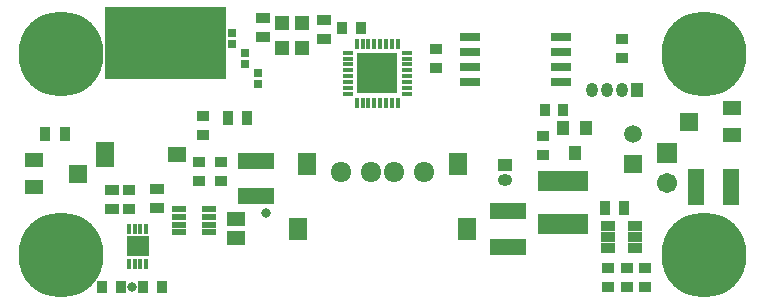
<source format=gts>
G04*
G04 #@! TF.GenerationSoftware,Altium Limited,Altium Designer,19.0.11 (319)*
G04*
G04 Layer_Color=8388736*
%FSLAX25Y25*%
%MOIN*%
G70*
G01*
G75*
%ADD57R,0.07690X0.06509*%
%ADD58R,0.01732X0.03504*%
%ADD59R,0.03556X0.04343*%
%ADD60R,0.03661X0.01632*%
%ADD61R,0.01632X0.03661*%
%ADD62R,0.13202X0.13202*%
%ADD63R,0.04737X0.08674*%
%ADD64R,0.11824X0.03556*%
%ADD65R,0.06800X0.02900*%
%ADD66R,0.03950X0.04737*%
%ADD67R,0.04737X0.03556*%
%ADD68R,0.04909X0.02362*%
%ADD69R,0.11863X0.05682*%
%ADD70R,0.05682X0.11863*%
%ADD71R,0.16548X0.06706*%
%ADD72R,0.06312X0.04737*%
%ADD73R,0.05918X0.05131*%
%ADD74R,0.05918X0.06312*%
%ADD75R,0.04343X0.03556*%
%ADD76R,0.02965X0.02965*%
%ADD77R,0.04643X0.03800*%
%ADD78R,0.03800X0.04643*%
%ADD79R,0.04658X0.05131*%
%ADD80O,0.06706X0.07099*%
%ADD81R,0.05918X0.07690*%
%ADD82R,0.04800X0.03950*%
%ADD83O,0.04800X0.03950*%
%ADD84O,0.03950X0.04800*%
%ADD85R,0.03950X0.04800*%
%ADD86C,0.06706*%
%ADD87R,0.06706X0.06706*%
%ADD88C,0.05918*%
%ADD89R,0.05918X0.05918*%
%ADD90C,0.28359*%
%ADD91C,0.03162*%
G36*
X70768Y74508D02*
X30610D01*
Y98425D01*
X70768D01*
Y74508D01*
D02*
G37*
G36*
X57382Y46654D02*
X51476D01*
Y51772D01*
X57382D01*
Y46654D01*
D02*
G37*
G36*
X33366Y45079D02*
X27461D01*
Y53347D01*
X33366D01*
Y45079D01*
D02*
G37*
D57*
X41339Y18653D02*
D03*
D58*
X38386Y12944D02*
D03*
X40354D02*
D03*
X42323D02*
D03*
X44291D02*
D03*
X38386Y24362D02*
D03*
X40354D02*
D03*
X42323D02*
D03*
X44291D02*
D03*
D59*
X49449Y5118D02*
D03*
X43268D02*
D03*
X29587Y5020D02*
D03*
X35768D02*
D03*
X109508Y91535D02*
D03*
X115689D02*
D03*
X177087Y64173D02*
D03*
X183268D02*
D03*
D60*
X111417Y83268D02*
D03*
Y81299D02*
D03*
Y79331D02*
D03*
Y77362D02*
D03*
Y75394D02*
D03*
Y73425D02*
D03*
Y71457D02*
D03*
Y69488D02*
D03*
X131102D02*
D03*
Y71457D02*
D03*
Y73425D02*
D03*
Y75394D02*
D03*
Y77362D02*
D03*
Y79331D02*
D03*
Y81299D02*
D03*
Y83268D02*
D03*
D61*
X114370Y66535D02*
D03*
X116339D02*
D03*
X118307D02*
D03*
X120276D02*
D03*
X122244D02*
D03*
X124213D02*
D03*
X126181D02*
D03*
X128150D02*
D03*
Y86221D02*
D03*
X126181D02*
D03*
X124213D02*
D03*
X122244D02*
D03*
X120276D02*
D03*
X118307D02*
D03*
X116339D02*
D03*
X114370D02*
D03*
D62*
X121260Y76378D02*
D03*
D63*
X60434Y86221D02*
D03*
X39962D02*
D03*
D64*
X50198Y89765D02*
D03*
X50296Y83072D02*
D03*
D65*
X152250Y88602D02*
D03*
Y83602D02*
D03*
Y78602D02*
D03*
Y73602D02*
D03*
X182396D02*
D03*
Y78602D02*
D03*
Y83602D02*
D03*
Y88602D02*
D03*
D66*
X190748Y58071D02*
D03*
X183268D02*
D03*
X187008Y49803D02*
D03*
D67*
X198191Y25492D02*
D03*
Y21752D02*
D03*
Y18012D02*
D03*
X207321Y25492D02*
D03*
Y21752D02*
D03*
Y18012D02*
D03*
D68*
X65236Y23327D02*
D03*
X65256Y25886D02*
D03*
X65236Y28445D02*
D03*
Y31004D02*
D03*
X55236D02*
D03*
Y28445D02*
D03*
Y25886D02*
D03*
Y23327D02*
D03*
D69*
X80709Y47185D02*
D03*
Y35492D02*
D03*
X164665Y30333D02*
D03*
Y18640D02*
D03*
D70*
X227618Y38465D02*
D03*
X239311D02*
D03*
D71*
X183071Y25984D02*
D03*
Y40551D02*
D03*
D72*
X74213Y21339D02*
D03*
Y27874D02*
D03*
D73*
X6890Y38386D02*
D03*
Y47441D02*
D03*
X239567Y64764D02*
D03*
Y55709D02*
D03*
D74*
X21457Y42913D02*
D03*
X225000Y60236D02*
D03*
D75*
X140945Y84390D02*
D03*
Y78209D02*
D03*
X202915Y87736D02*
D03*
Y81555D02*
D03*
X176378Y55453D02*
D03*
Y49272D02*
D03*
X61811Y40551D02*
D03*
Y46732D02*
D03*
X69291D02*
D03*
Y40551D02*
D03*
X38484Y31260D02*
D03*
Y37441D02*
D03*
X198031Y11417D02*
D03*
Y5236D02*
D03*
X210630Y11417D02*
D03*
Y5236D02*
D03*
X204331Y11358D02*
D03*
Y5177D02*
D03*
X63090Y62087D02*
D03*
Y55905D02*
D03*
D76*
X77067Y79344D02*
D03*
Y83087D02*
D03*
X81595Y72853D02*
D03*
Y76596D02*
D03*
X72736Y89865D02*
D03*
Y86121D02*
D03*
D77*
X47736Y31505D02*
D03*
Y37886D02*
D03*
X32872Y37492D02*
D03*
Y31111D02*
D03*
X103543Y87754D02*
D03*
Y94135D02*
D03*
X83228Y88424D02*
D03*
Y94805D02*
D03*
D78*
X10648Y56181D02*
D03*
X17029D02*
D03*
X203643Y31496D02*
D03*
X197262D02*
D03*
X71337Y61319D02*
D03*
X77718D02*
D03*
D79*
X89582Y84646D02*
D03*
Y93307D02*
D03*
X96275D02*
D03*
Y84646D02*
D03*
D80*
X109252Y43583D02*
D03*
X119095D02*
D03*
X126969D02*
D03*
X136811D02*
D03*
D81*
X97835Y46102D02*
D03*
X148228D02*
D03*
X151181Y24606D02*
D03*
X94882D02*
D03*
D82*
X163779Y45807D02*
D03*
D83*
Y40807D02*
D03*
D84*
X192894Y70866D02*
D03*
X197894D02*
D03*
X202894D02*
D03*
D85*
X207894D02*
D03*
D86*
X217717Y39882D02*
D03*
D87*
Y49882D02*
D03*
D88*
X206398Y56181D02*
D03*
D89*
Y46181D02*
D03*
D90*
X230315Y82677D02*
D03*
Y15748D02*
D03*
X15748Y82677D02*
D03*
Y15748D02*
D03*
D91*
X39469Y5177D02*
D03*
X84046Y29823D02*
D03*
M02*

</source>
